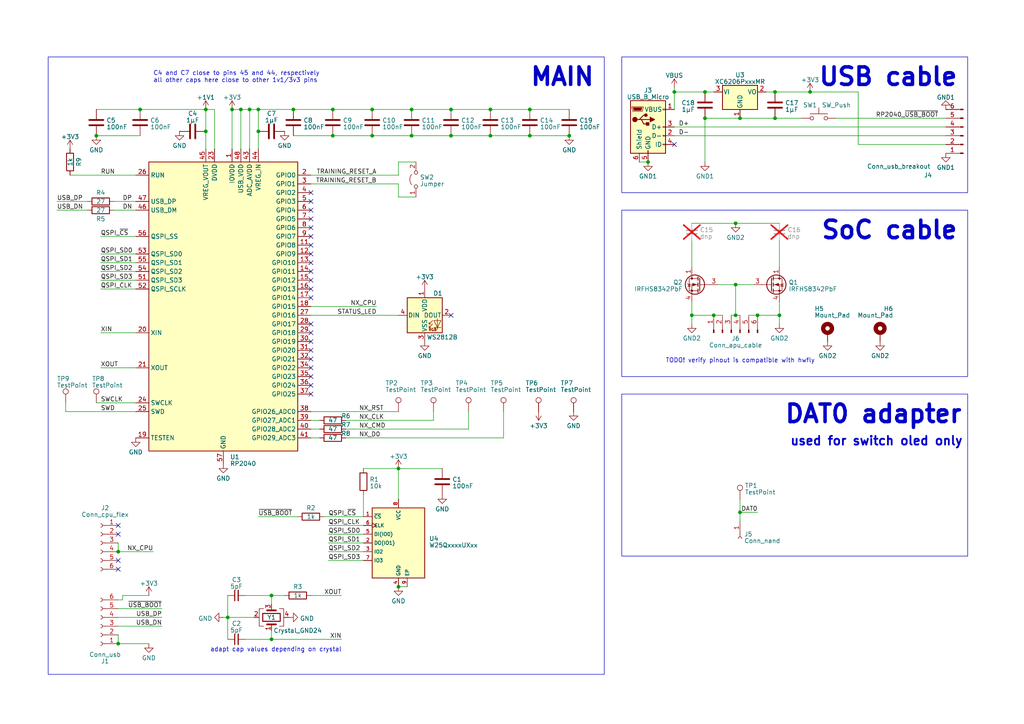
<source format=kicad_sch>
(kicad_sch (version 20230121) (generator eeschema)
  (paper "A4")
  (lib_symbols
    (symbol "Connector:Conn_01x01_Socket" (pin_names (offset 1.016) hide)
      (property "Reference" "J" (at 0 2.54 0))
      (property "Value" "Conn_01x01_Socket" (at 0 -2.54 0))
      (symbol "Conn_01x01_Socket_1_1"
        (polyline (pts (xy -1.27 0) (xy -0.508 0)) (stroke (width 0.1524)))
        (arc (start 0 0.508) (mid -0.5058 0) (end 0 -0.508) (stroke (width 0.1524)))
        (pin passive line (at -5.08 0 0) (length 3.81) (name "Pin_1") (number "1"))
      )
    )
    (symbol "Connector:Conn_01x06_Pin" (pin_names (offset 1.016) hide)
      (property "Reference" "J" (at 0 7.62 0))
      (property "Value" "Conn_01x06_Pin" (at 0 -10.16 0))
      (symbol "Conn_01x06_Pin_1_1"
        (polyline (pts (xy 1.27 -7.62) (xy 0.8636 -7.62)) (stroke (width 0.1524)))
        (polyline (pts (xy 1.27 -5.08) (xy 0.8636 -5.08)) (stroke (width 0.1524)))
        (polyline (pts (xy 1.27 -2.54) (xy 0.8636 -2.54)) (stroke (width 0.1524)))
        (polyline (pts (xy 1.27 0) (xy 0.8636 0)) (stroke (width 0.1524)))
        (polyline (pts (xy 1.27 2.54) (xy 0.8636 2.54)) (stroke (width 0.1524)))
        (polyline (pts (xy 1.27 5.08) (xy 0.8636 5.08)) (stroke (width 0.1524)))
        (rectangle (start 0.8636 -7.493) (end 0 -7.747) (stroke (width 0.1524)) (fill (type outline)))
        (rectangle (start 0.8636 -4.953) (end 0 -5.207) (stroke (width 0.1524)) (fill (type outline)))
        (rectangle (start 0.8636 -2.413) (end 0 -2.667) (stroke (width 0.1524)) (fill (type outline)))
        (rectangle (start 0.8636 0.127) (end 0 -0.127) (stroke (width 0.1524)) (fill (type outline)))
        (rectangle (start 0.8636 2.667) (end 0 2.413) (stroke (width 0.1524)) (fill (type outline)))
        (rectangle (start 0.8636 5.207) (end 0 4.953) (stroke (width 0.1524)) (fill (type outline)))
        (pin passive line (at 5.08 5.08 180) (length 3.81) (name "Pin_1") (number "1"))
        (pin passive line (at 5.08 2.54 180) (length 3.81) (name "Pin_2") (number "2"))
        (pin passive line (at 5.08 0 180) (length 3.81) (name "Pin_3") (number "3"))
        (pin passive line (at 5.08 -2.54 180) (length 3.81) (name "Pin_4") (number "4"))
        (pin passive line (at 5.08 -5.08 180) (length 3.81) (name "Pin_5") (number "5"))
        (pin passive line (at 5.08 -7.62 180) (length 3.81) (name "Pin_6") (number "6"))
      )
    )
    (symbol "Connector:Conn_01x06_Socket" (pin_names (offset 1.016) hide)
      (property "Reference" "J" (at 0 7.62 0))
      (property "Value" "Conn_01x06_Socket" (at 0 -10.16 0))
      (symbol "Conn_01x06_Socket_1_1"
        (arc (start 0 -7.112) (mid -0.5058 -7.62) (end 0 -8.128) (stroke (width 0.1524)))
        (arc (start 0 -4.572) (mid -0.5058 -5.08) (end 0 -5.588) (stroke (width 0.1524)))
        (arc (start 0 -2.032) (mid -0.5058 -2.54) (end 0 -3.048) (stroke (width 0.1524)))
        (polyline (pts (xy -1.27 -7.62) (xy -0.508 -7.62)) (stroke (width 0.1524)))
        (polyline (pts (xy -1.27 -5.08) (xy -0.508 -5.08)) (stroke (width 0.1524)))
        (polyline (pts (xy -1.27 -2.54) (xy -0.508 -2.54)) (stroke (width 0.1524)))
        (polyline (pts (xy -1.27 0) (xy -0.508 0)) (stroke (width 0.1524)))
        (polyline (pts (xy -1.27 2.54) (xy -0.508 2.54)) (stroke (width 0.1524)))
        (polyline (pts (xy -1.27 5.08) (xy -0.508 5.08)) (stroke (width 0.1524)))
        (arc (start 0 0.508) (mid -0.5058 0) (end 0 -0.508) (stroke (width 0.1524)))
        (arc (start 0 3.048) (mid -0.5058 2.54) (end 0 2.032) (stroke (width 0.1524)))
        (arc (start 0 5.588) (mid -0.5058 5.08) (end 0 4.572) (stroke (width 0.1524)))
        (pin passive line (at -5.08 5.08 0) (length 3.81) (name "Pin_1") (number "1"))
        (pin passive line (at -5.08 2.54 0) (length 3.81) (name "Pin_2") (number "2"))
        (pin passive line (at -5.08 0 0) (length 3.81) (name "Pin_3") (number "3"))
        (pin passive line (at -5.08 -2.54 0) (length 3.81) (name "Pin_4") (number "4"))
        (pin passive line (at -5.08 -5.08 0) (length 3.81) (name "Pin_5") (number "5"))
        (pin passive line (at -5.08 -7.62 0) (length 3.81) (name "Pin_6") (number "6"))
      )
    )
    (symbol "Connector:TestPoint" (pin_numbers hide) (pin_names (offset 0.762) hide)
      (property "Reference" "TP" (at 0 6.858 0))
      (property "Value" "TestPoint" (at 0 5.08 0))
      (symbol "TestPoint_0_1"
        (circle (center 0 3.302) (radius 0.762))
      )
      (symbol "TestPoint_1_1"
        (pin passive line (at 0 0 90) (length 2.54) (name "1") (number "1"))
      )
    )
    (symbol "Connector:USB_B_Micro" (pin_names (offset 1.016))
      (property "Reference" "J" (at -5.08 11.43 0))
      (property "Value" "USB_B_Micro" (at -5.08 8.89 0))
      (symbol "USB_B_Micro_0_1"
        (rectangle (start -5.08 -7.62) (end 5.08 7.62) (stroke (width 0.254)) (fill (type background)))
        (circle (center -3.81 2.159) (radius 0.635) (stroke (width 0.254)) (fill (type outline)))
        (circle (center -0.635 3.429) (radius 0.381) (stroke (width 0.254)) (fill (type outline)))
        (rectangle (start -0.127 -7.62) (end 0.127 -6.858))
        (polyline (pts (xy -1.905 2.159) (xy 0.635 2.159)) (stroke (width 0.254)))
        (polyline (pts (xy -3.175 2.159) (xy -2.54 2.159) (xy -1.27 3.429) (xy -0.635 3.429)) (stroke (width 0.254)))
        (polyline (pts (xy -2.54 2.159) (xy -1.905 2.159) (xy -1.27 0.889) (xy 0 0.889)) (stroke (width 0.254)))
        (polyline (pts (xy 0.635 2.794) (xy 0.635 1.524) (xy 1.905 2.159) (xy 0.635 2.794)) (stroke (width 0.254)) (fill (type outline)))
        (polyline (pts (xy -4.318 5.588) (xy -1.778 5.588) (xy -2.032 4.826) (xy -4.064 4.826) (xy -4.318 5.588)) (fill (type outline)))
        (polyline (pts (xy -4.699 5.842) (xy -4.699 5.588) (xy -4.445 4.826) (xy -4.445 4.572) (xy -1.651 4.572) (xy -1.651 4.826) (xy -1.397 5.588) (xy -1.397 5.842) (xy -4.699 5.842)))
        (rectangle (start 0.254 1.27) (end -0.508 0.508) (stroke (width 0.254)) (fill (type outline)))
        (rectangle (start 5.08 -5.207) (end 4.318 -4.953))
        (rectangle (start 5.08 -2.667) (end 4.318 -2.413))
        (rectangle (start 5.08 -0.127) (end 4.318 0.127))
        (rectangle (start 5.08 4.953) (end 4.318 5.207))
      )
      (symbol "USB_B_Micro_1_1"
        (pin power_out line (at 7.62 5.08 180) (length 2.54) (name "VBUS") (number "1"))
        (pin bidirectional line (at 7.62 -2.54 180) (length 2.54) (name "D-") (number "2"))
        (pin bidirectional line (at 7.62 0 180) (length 2.54) (name "D+") (number "3"))
        (pin passive line (at 7.62 -5.08 180) (length 2.54) (name "ID") (number "4"))
        (pin power_out line (at 0 -10.16 90) (length 2.54) (name "GND") (number "5"))
        (pin passive line (at -2.54 -10.16 90) (length 2.54) (name "Shield") (number "6"))
      )
    )
    (symbol "Device:C" (pin_numbers hide) (pin_names (offset 0.254))
      (property "Reference" "C" (at 0.635 2.54 0))
      (property "Value" "C" (at 0.635 -2.54 0))
      (symbol "C_0_1"
        (polyline (pts (xy -2.032 -0.762) (xy 2.032 -0.762)) (stroke (width 0.508)))
        (polyline (pts (xy -2.032 0.762) (xy 2.032 0.762)) (stroke (width 0.508)))
      )
      (symbol "C_1_1"
        (pin passive line (at 0 3.81 270) (length 2.794) (name "~") (number "1"))
        (pin passive line (at 0 -3.81 90) (length 2.794) (name "~") (number "2"))
      )
    )
    (symbol "Device:C_Small" (pin_numbers hide) (pin_names (offset 0.254) hide)
      (property "Reference" "C" (at 0.254 1.778 0))
      (property "Value" "C_Small" (at 0.254 -2.032 0))
      (symbol "C_Small_0_1"
        (polyline (pts (xy -1.524 -0.508) (xy 1.524 -0.508)) (stroke (width 0.3302)))
        (polyline (pts (xy -1.524 0.508) (xy 1.524 0.508)) (stroke (width 0.3048)))
      )
      (symbol "C_Small_1_1"
        (pin passive line (at 0 2.54 270) (length 2.032) (name "~") (number "1"))
        (pin passive line (at 0 -2.54 90) (length 2.032) (name "~") (number "2"))
      )
    )
    (symbol "Device:Crystal_GND24" (pin_names (offset 1.016) hide)
      (property "Reference" "Y" (at 3.175 5.08 0))
      (property "Value" "Crystal_GND24" (at 3.175 3.175 0))
      (symbol "Crystal_GND24_0_1"
        (rectangle (start -1.143 2.54) (end 1.143 -2.54) (stroke (width 0.3048)))
        (polyline (pts (xy -2.54 0) (xy -2.032 0)))
        (polyline (pts (xy -2.032 -1.27) (xy -2.032 1.27)) (stroke (width 0.508)))
        (polyline (pts (xy 0 -3.81) (xy 0 -3.556)))
        (polyline (pts (xy 0 3.556) (xy 0 3.81)))
        (polyline (pts (xy 2.032 -1.27) (xy 2.032 1.27)) (stroke (width 0.508)))
        (polyline (pts (xy 2.032 0) (xy 2.54 0)))
        (polyline (pts (xy -2.54 -2.286) (xy -2.54 -3.556) (xy 2.54 -3.556) (xy 2.54 -2.286)))
        (polyline (pts (xy -2.54 2.286) (xy -2.54 3.556) (xy 2.54 3.556) (xy 2.54 2.286)))
      )
      (symbol "Crystal_GND24_1_1"
        (pin passive line (at -3.81 0 0) (length 1.27) (name "1") (number "1"))
        (pin passive line (at 0 5.08 270) (length 1.27) (name "2") (number "2"))
        (pin passive line (at 3.81 0 180) (length 1.27) (name "3") (number "3"))
        (pin passive line (at 0 -5.08 90) (length 1.27) (name "4") (number "4"))
      )
    )
    (symbol "Device:R" (pin_numbers hide) (pin_names (offset 0))
      (property "Reference" "R" (at 2.032 0 90))
      (property "Value" "R" (at 0 0 90))
      (symbol "R_0_1"
        (rectangle (start -1.016 -2.54) (end 1.016 2.54) (stroke (width 0.254)))
      )
      (symbol "R_1_1"
        (pin passive line (at 0 3.81 270) (length 1.27) (name "~") (number "1"))
        (pin passive line (at 0 -3.81 90) (length 1.27) (name "~") (number "2"))
      )
    )
    (symbol "Jumper:Jumper_2_Open" (pin_names (offset 0) hide)
      (property "Reference" "JP" (at 0 2.794 0))
      (property "Value" "Jumper_2_Open" (at 0 -2.286 0))
      (symbol "Jumper_2_Open_0_0"
        (circle (center -2.032 0) (radius 0.508))
        (circle (center 2.032 0) (radius 0.508))
      )
      (symbol "Jumper_2_Open_0_1"
        (arc (start 1.524 1.27) (mid 0 1.778) (end -1.524 1.27))
      )
      (symbol "Jumper_2_Open_1_1"
        (pin passive line (at -5.08 0 0) (length 2.54) (name "A") (number "1"))
        (pin passive line (at 5.08 0 180) (length 2.54) (name "B") (number "2"))
      )
    )
    (symbol "LED:WS2812B" (pin_names (offset 0.254))
      (property "Reference" "D" (at 5.08 5.715 0))
      (property "Value" "WS2812B" (at 1.27 -5.715 0))
      (symbol "WS2812B_0_0"
        (text "RGB" (at 2.286 -4.191 0) (effects (font (size 0.762 0.762))))
      )
      (symbol "WS2812B_0_1"
        (polyline (pts (xy 1.27 -3.556) (xy 1.778 -3.556)))
        (polyline (pts (xy 1.27 -2.54) (xy 1.778 -2.54)))
        (polyline (pts (xy 4.699 -3.556) (xy 2.667 -3.556)))
        (polyline (pts (xy 2.286 -2.54) (xy 1.27 -3.556) (xy 1.27 -3.048)))
        (polyline (pts (xy 2.286 -1.524) (xy 1.27 -2.54) (xy 1.27 -2.032)))
        (polyline (pts (xy 3.683 -1.016) (xy 3.683 -3.556) (xy 3.683 -4.064)))
        (polyline (pts (xy 4.699 -1.524) (xy 2.667 -1.524) (xy 3.683 -3.556) (xy 4.699 -1.524)))
        (rectangle (start 5.08 5.08) (end -5.08 -5.08) (stroke (width 0.254)) (fill (type background)))
      )
      (symbol "WS2812B_1_1"
        (pin power_in line (at 0 7.62 270) (length 2.54) (name "VDD") (number "1"))
        (pin output line (at 7.62 0 180) (length 2.54) (name "DOUT") (number "2"))
        (pin power_in line (at 0 -7.62 90) (length 2.54) (name "VSS") (number "3"))
        (pin input line (at -7.62 0 0) (length 2.54) (name "DIN") (number "4"))
      )
    )
    (symbol "MCU_RaspberryPi:RP2040"
      (property "Reference" "U" (at 17.78 45.72 0))
      (property "Value" "RP2040" (at 17.78 43.18 0))
      (symbol "RP2040_0_1"
        (rectangle (start -21.59 41.91) (end 21.59 -41.91) (stroke (width 0.254)) (fill (type background)))
      )
      (symbol "RP2040_1_1"
        (pin power_in line (at 2.54 45.72 270) (length 3.81) (name "IOVDD") (number "1"))
        (pin passive line (at 2.54 45.72 270) (length 3.81) hide (name "IOVDD") (number "10"))
        (pin bidirectional line (at 25.4 17.78 180) (length 3.81) (name "GPIO8") (number "11"))
        (pin bidirectional line (at 25.4 15.24 180) (length 3.81) (name "GPIO9") (number "12"))
        (pin bidirectional line (at 25.4 12.7 180) (length 3.81) (name "GPIO10") (number "13"))
        (pin bidirectional line (at 25.4 10.16 180) (length 3.81) (name "GPIO11") (number "14"))
        (pin bidirectional line (at 25.4 7.62 180) (length 3.81) (name "GPIO12") (number "15"))
        (pin bidirectional line (at 25.4 5.08 180) (length 3.81) (name "GPIO13") (number "16"))
        (pin bidirectional line (at 25.4 2.54 180) (length 3.81) (name "GPIO14") (number "17"))
        (pin bidirectional line (at 25.4 0 180) (length 3.81) (name "GPIO15") (number "18"))
        (pin input line (at -25.4 -38.1 0) (length 3.81) (name "TESTEN") (number "19"))
        (pin bidirectional line (at 25.4 38.1 180) (length 3.81) (name "GPIO0") (number "2"))
        (pin input line (at -25.4 -7.62 0) (length 3.81) (name "XIN") (number "20"))
        (pin passive line (at -25.4 -17.78 0) (length 3.81) (name "XOUT") (number "21"))
        (pin passive line (at 2.54 45.72 270) (length 3.81) hide (name "IOVDD") (number "22"))
        (pin power_in line (at -2.54 45.72 270) (length 3.81) (name "DVDD") (number "23"))
        (pin input line (at -25.4 -27.94 0) (length 3.81) (name "SWCLK") (number "24"))
        (pin bidirectional line (at -25.4 -30.48 0) (length 3.81) (name "SWD") (number "25"))
        (pin input line (at -25.4 38.1 0) (length 3.81) (name "RUN") (number "26"))
        (pin bidirectional line (at 25.4 -2.54 180) (length 3.81) (name "GPIO16") (number "27"))
        (pin bidirectional line (at 25.4 -5.08 180) (length 3.81) (name "GPIO17") (number "28"))
        (pin bidirectional line (at 25.4 -7.62 180) (length 3.81) (name "GPIO18") (number "29"))
        (pin bidirectional line (at 25.4 35.56 180) (length 3.81) (name "GPIO1") (number "3"))
        (pin bidirectional line (at 25.4 -10.16 180) (length 3.81) (name "GPIO19") (number "30"))
        (pin bidirectional line (at 25.4 -12.7 180) (length 3.81) (name "GPIO20") (number "31"))
        (pin bidirectional line (at 25.4 -15.24 180) (length 3.81) (name "GPIO21") (number "32"))
        (pin passive line (at 2.54 45.72 270) (length 3.81) hide (name "IOVDD") (number "33"))
        (pin bidirectional line (at 25.4 -17.78 180) (length 3.81) (name "GPIO22") (number "34"))
        (pin bidirectional line (at 25.4 -20.32 180) (length 3.81) (name "GPIO23") (number "35"))
        (pin bidirectional line (at 25.4 -22.86 180) (length 3.81) (name "GPIO24") (number "36"))
        (pin bidirectional line (at 25.4 -25.4 180) (length 3.81) (name "GPIO25") (number "37"))
        (pin bidirectional line (at 25.4 -30.48 180) (length 3.81) (name "GPIO26_ADC0") (number "38"))
        (pin bidirectional line (at 25.4 -33.02 180) (length 3.81) (name "GPIO27_ADC1") (number "39"))
        (pin bidirectional line (at 25.4 33.02 180) (length 3.81) (name "GPIO2") (number "4"))
        (pin bidirectional line (at 25.4 -35.56 180) (length 3.81) (name "GPIO28_ADC2") (number "40"))
        (pin bidirectional line (at 25.4 -38.1 180) (length 3.81) (name "GPIO29_ADC3") (number "41"))
        (pin passive line (at 2.54 45.72 270) (length 3.81) hide (name "IOVDD") (number "42"))
        (pin power_in line (at 7.62 45.72 270) (length 3.81) (name "ADC_AVDD") (number "43"))
        (pin power_in line (at 10.16 45.72 270) (length 3.81) (name "VREG_IN") (number "44"))
        (pin power_out line (at -5.08 45.72 270) (length 3.81) (name "VREG_VOUT") (number "45"))
        (pin bidirectional line (at -25.4 27.94 0) (length 3.81) (name "USB_DM") (number "46"))
        (pin bidirectional line (at -25.4 30.48 0) (length 3.81) (name "USB_DP") (number "47"))
        (pin power_in line (at 5.08 45.72 270) (length 3.81) (name "USB_VDD") (number "48"))
        (pin passive line (at 2.54 45.72 270) (length 3.81) hide (name "IOVDD") (number "49"))
        (pin bidirectional line (at 25.4 30.48 180) (length 3.81) (name "GPIO3") (number "5"))
        (pin passive line (at -2.54 45.72 270) (length 3.81) hide (name "DVDD") (number "50"))
        (pin bidirectional line (at -25.4 7.62 0) (length 3.81) (name "QSPI_SD3") (number "51"))
        (pin output line (at -25.4 5.08 0) (length 3.81) (name "QSPI_SCLK") (number "52"))
        (pin bidirectional line (at -25.4 15.24 0) (length 3.81) (name "QSPI_SD0") (number "53"))
        (pin bidirectional line (at -25.4 10.16 0) (length 3.81) (name "QSPI_SD2") (number "54"))
        (pin bidirectional line (at -25.4 12.7 0) (length 3.81) (name "QSPI_SD1") (number "55"))
        (pin bidirectional line (at -25.4 20.32 0) (length 3.81) (name "QSPI_SS") (number "56"))
        (pin power_in line (at 0 -45.72 90) (length 3.81) (name "GND") (number "57"))
        (pin bidirectional line (at 25.4 27.94 180) (length 3.81) (name "GPIO4") (number "6"))
        (pin bidirectional line (at 25.4 25.4 180) (length 3.81) (name "GPIO5") (number "7"))
        (pin bidirectional line (at 25.4 22.86 180) (length 3.81) (name "GPIO6") (number "8"))
        (pin bidirectional line (at 25.4 20.32 180) (length 3.81) (name "GPIO7") (number "9"))
      )
    )
    (symbol "Mechanical:MountingHole_Pad" (pin_numbers hide) (pin_names (offset 1.016) hide)
      (property "Reference" "H" (at 0 6.35 0))
      (property "Value" "MountingHole_Pad" (at 0 4.445 0))
      (symbol "MountingHole_Pad_0_1"
        (circle (center 0 1.27) (radius 1.27) (stroke (width 1.27)))
      )
      (symbol "MountingHole_Pad_1_1"
        (pin input line (at 0 -2.54 90) (length 2.54) (name "1") (number "1"))
      )
    )
    (symbol "Regulator_Linear:XC6206PxxxMR" (pin_names (offset 0.254))
      (property "Reference" "U" (at -3.81 3.175 0))
      (property "Value" "XC6206PxxxMR" (at 0 3.175 0))
      (symbol "XC6206PxxxMR_0_1"
        (rectangle (start -5.08 1.905) (end 5.08 -5.08) (stroke (width 0.254)) (fill (type background)))
      )
      (symbol "XC6206PxxxMR_1_1"
        (pin power_in line (at 0 -7.62 90) (length 2.54) (name "GND") (number "1"))
        (pin power_out line (at 7.62 0 180) (length 2.54) (name "VO") (number "2"))
        (pin power_in line (at -7.62 0 0) (length 2.54) (name "VI") (number "3"))
      )
    )
    (symbol "Switch:SW_Push" (pin_numbers hide) (pin_names (offset 1.016) hide)
      (property "Reference" "SW" (at 1.27 2.54 0))
      (property "Value" "SW_Push" (at 0 -1.524 0))
      (symbol "SW_Push_0_1"
        (circle (center -2.032 0) (radius 0.508))
        (polyline (pts (xy 0 1.27) (xy 0 3.048)))
        (polyline (pts (xy 2.54 1.27) (xy -2.54 1.27)))
        (circle (center 2.032 0) (radius 0.508))
        (pin passive line (at -5.08 0 0) (length 2.54) (name "1") (number "1"))
        (pin passive line (at 5.08 0 180) (length 2.54) (name "2") (number "2"))
      )
    )
    (symbol "flexifly:IRFHS8342PbF"
      (property "Reference" "Q" (at 3.81 5.08 0))
      (property "Value" "IRFHS8342PbF" (at 10.16 2.54 0))
      (symbol "IRFHS8342PbF_0_1"
        (polyline (pts (xy -1.016 0) (xy -3.81 0)))
        (polyline (pts (xy -1.016 1.905) (xy -1.016 -1.905)) (stroke (width 0.254)))
        (polyline (pts (xy -0.508 -1.27) (xy -0.508 -2.286)) (stroke (width 0.254)))
        (polyline (pts (xy -0.508 0.508) (xy -0.508 -0.508)) (stroke (width 0.254)))
        (polyline (pts (xy -0.508 2.286) (xy -0.508 1.27)) (stroke (width 0.254)))
        (polyline (pts (xy 1.27 2.54) (xy 1.27 1.778)))
        (polyline (pts (xy 1.27 -2.54) (xy 1.27 0) (xy -0.508 0)))
        (polyline (pts (xy -0.508 1.778) (xy 2.032 1.778) (xy 2.032 -1.778) (xy -0.508 -1.778)))
        (polyline (pts (xy 0 0) (xy 1.016 -0.381) (xy 1.016 0.381) (xy 0 0)) (fill (type outline)))
        (polyline (pts (xy 2.032 0.127) (xy 2.413 -0.508) (xy 1.651 -0.508) (xy 2.032 0.127)))
        (polyline (pts (xy 2.54 0.254) (xy 2.413 0.127) (xy 1.651 0.127) (xy 1.524 0)))
        (circle (center 0.381 0) (radius 2.794) (stroke (width 0.254)))
        (circle (center 1.27 -1.778) (radius 0.254) (fill (type outline)))
        (circle (center 1.27 1.778) (radius 0.254) (fill (type outline)))
      )
      (symbol "IRFHS8342PbF_1_1"
        (pin passive line (at 1.27 5.08 270) (length 2.54) (name "") (number "1"))
        (pin passive line (at 1.27 5.08 270) (length 2.54) hide (name "") (number "2"))
        (pin passive line (at -6.35 0 0) (length 2.54) (name "") (number "3"))
        (pin passive line (at 1.27 -5.08 90) (length 2.54) (name "") (number "4"))
        (pin passive line (at 1.27 5.08 270) (length 2.54) hide (name "") (number "5"))
        (pin passive line (at 1.27 5.08 270) (length 2.54) hide (name "") (number "6"))
        (pin passive line (at 1.27 -5.08 90) (length 2.54) hide (name "") (number "7"))
        (pin passive line (at 1.27 5.08 270) (length 2.54) hide (name "") (number "8"))
      )
    )
    (symbol "flexifly:W25QxxxxUXxx"
      (property "Reference" "U" (at -6.35 11.43 0))
      (property "Value" "W25QxxxxUXxx" (at -8.89 -11.43 0))
      (symbol "W25QxxxxUXxx_0_0"
        (rectangle (start -7.62 10.16) (end 7.62 -10.16) (stroke (width 0.254)) (fill (type background)))
        (pin input line (at -10.16 7.62 0) (length 2.54) (name "~{CS}") (number "1"))
        (pin bidirectional line (at -10.16 0 0) (length 2.54) (name "DO(IO1)") (number "2"))
        (pin bidirectional line (at -10.16 -2.54 0) (length 2.54) (name "IO2") (number "3"))
        (pin power_in line (at 0 -12.7 90) (length 2.54) (name "GND") (number "4"))
        (pin bidirectional line (at -10.16 2.54 0) (length 2.54) (name "DI(IO0)") (number "5"))
        (pin input clock (at -10.16 5.08 0) (length 2.54) (name "CLK") (number "6"))
        (pin bidirectional line (at -10.16 -5.08 0) (length 2.54) (name "IO3") (number "7"))
      )
      (symbol "W25QxxxxUXxx_1_0"
        (pin power_in line (at 0 12.7 270) (length 2.54) (name "VCC") (number "8"))
        (pin power_in line (at 2.54 -12.7 90) (length 2.54) (name "EP") (number "9"))
      )
    )
    (symbol "power:+1V1" (power) (pin_names (offset 0))
      (property "Value" "+1V1" (at 0 3.556 0))
      (symbol "+1V1_0_1"
        (polyline (pts (xy -0.762 1.27) (xy 0 2.54)))
        (polyline (pts (xy 0 0) (xy 0 2.54)))
        (polyline (pts (xy 0 2.54) (xy 0.762 1.27)))
      )
      (symbol "+1V1_1_1"
        (pin power_in line (at 0 0 90) (length 0) hide (name "+1V1") (number "1"))
      )
    )
    (symbol "power:+3V3" (power) (pin_names (offset 0))
      (property "Value" "+3V3" (at 0 3.556 0))
      (symbol "+3V3_0_1"
        (polyline (pts (xy -0.762 1.27) (xy 0 2.54)))
        (polyline (pts (xy 0 0) (xy 0 2.54)))
        (polyline (pts (xy 0 2.54) (xy 0.762 1.27)))
      )
      (symbol "+3V3_1_1"
        (pin power_in line (at 0 0 90) (length 0) hide (name "+3V3") (number "1"))
      )
    )
    (symbol "power:GND" (power) (pin_names (offset 0))
      (property "Value" "GND" (at 0 -3.81 0))
      (symbol "GND_0_1"
        (polyline (pts (xy 0 0) (xy 0 -1.27) (xy 1.27 -1.27) (xy 0 -2.54) (xy -1.27 -1.27) (xy 0 -1.27)))
      )
      (symbol "GND_1_1"
        (pin power_in line (at 0 0 270) (length 0) hide (name "GND") (number "1"))
      )
    )
    (symbol "power:GND1" (power) (pin_names (offset 0))
      (property "Value" "GND1" (at 0 -3.81 0))
      (symbol "GND1_0_1"
        (polyline (pts (xy 0 0) (xy 0 -1.27) (xy 1.27 -1.27) (xy 0 -2.54) (xy -1.27 -1.27) (xy 0 -1.27)))
      )
      (symbol "GND1_1_1"
        (pin power_in line (at 0 0 270) (length 0) hide (name "GND1") (number "1"))
      )
    )
    (symbol "power:GND2" (power) (pin_names (offset 0))
      (property "Value" "GND2" (at 0 -3.81 0))
      (symbol "GND2_0_1"
        (polyline (pts (xy 0 0) (xy 0 -1.27) (xy 1.27 -1.27) (xy 0 -2.54) (xy -1.27 -1.27) (xy 0 -1.27)))
      )
      (symbol "GND2_1_1"
        (pin power_in line (at 0 0 270) (length 0) hide (name "GND2") (number "1"))
      )
    )
    (symbol "power:VBUS" (power) (pin_names (offset 0))
      (property "Value" "VBUS" (at 0 3.81 0))
      (symbol "VBUS_0_1"
        (polyline (pts (xy -0.762 1.27) (xy 0 2.54)))
        (polyline (pts (xy 0 0) (xy 0 2.54)))
        (polyline (pts (xy 0 2.54) (xy 0.762 1.27)))
      )
      (symbol "VBUS_1_1"
        (pin power_in line (at 0 0 90) (length 0) hide (name "VBUS") (number "1"))
      )
    )
  )
  (junction (at 27.94 39.37))
  (junction (at 85.09 31.75))
  (junction (at 214.63 34.29))
  (junction (at 219.71 91.44))
  (junction (at 200.66 91.44))
  (junction (at 214.63 148.59))
  (junction (at 74.93 31.75))
  (junction (at 204.47 34.29))
  (junction (at 207.01 91.44))
  (junction (at 34.29 186.69))
  (junction (at 59.69 38.1))
  (junction (at 224.79 34.29))
  (junction (at 96.52 31.75))
  (junction (at 234.95 26.67))
  (junction (at 66.04 179.07))
  (junction (at 119.38 39.37))
  (junction (at 130.81 31.75))
  (junction (at 72.39 31.75))
  (junction (at 96.52 39.37))
  (junction (at 165.1 39.37))
  (junction (at 142.24 31.75))
  (junction (at 204.47 26.67))
  (junction (at 213.36 82.55))
  (junction (at 226.06 91.44))
  (junction (at 187.96 46.99))
  (junction (at 78.74 185.42))
  (junction (at 153.67 39.37))
  (junction (at 119.38 31.75))
  (junction (at 195.58 26.67))
  (junction (at 69.85 31.75))
  (junction (at 34.29 160.02))
  (junction (at 67.31 31.75))
  (junction (at 107.95 31.75))
  (junction (at 224.79 26.67))
  (junction (at 213.36 64.77))
  (junction (at 142.24 39.37))
  (junction (at 78.74 172.72))
  (junction (at 59.69 31.75))
  (junction (at 130.81 39.37))
  (junction (at 115.57 135.89))
  (junction (at 40.64 31.75))
  (junction (at 115.57 170.18))
  (junction (at 74.93 38.1))
  (junction (at 213.36 91.44))
  (junction (at 153.67 31.75))
  (junction (at 107.95 39.37))
  (no_connect (at 90.17 71.12))
  (no_connect (at 90.17 60.96))
  (no_connect (at 34.29 162.56))
  (no_connect (at 90.17 99.06))
  (no_connect (at 90.17 68.58))
  (no_connect (at 90.17 114.3))
  (no_connect (at 195.58 41.91))
  (no_connect (at 90.17 109.22))
  (no_connect (at 34.29 165.1))
  (no_connect (at 90.17 63.5))
  (no_connect (at 90.17 104.14))
  (no_connect (at 90.17 93.98))
  (no_connect (at 90.17 55.88))
  (no_connect (at 90.17 106.68))
  (no_connect (at 90.17 111.76))
  (no_connect (at 90.17 83.82))
  (no_connect (at 90.17 73.66))
  (no_connect (at 34.29 154.94))
  (no_connect (at 90.17 96.52))
  (no_connect (at 90.17 86.36))
  (no_connect (at 90.17 76.2))
  (no_connect (at 90.17 81.28))
  (no_connect (at 34.29 152.4))
  (no_connect (at 130.81 91.44))
  (no_connect (at 90.17 78.74))
  (no_connect (at 90.17 66.04))
  (no_connect (at 90.17 58.42))
  (no_connect (at 90.17 101.6))
  (wire (pts (xy 115.57 57.15) (xy 120.65 57.15)))
  (wire (pts (xy 224.79 26.67) (xy 234.95 26.67)))
  (wire (pts (xy 242.57 34.29) (xy 274.32 34.29)))
  (wire (pts (xy 74.93 149.86) (xy 86.36 149.86)))
  (wire (pts (xy 195.58 36.83) (xy 274.32 36.83)))
  (wire (pts (xy 226.06 91.44) (xy 226.06 87.63)))
  (wire (pts (xy 34.29 157.48) (xy 34.29 160.02)))
  (wire (pts (xy 224.79 34.29) (xy 232.41 34.29)))
  (wire (pts (xy 78.74 182.88) (xy 78.74 185.42)))
  (wire (pts (xy 72.39 31.75) (xy 72.39 43.18)))
  (wire (pts (xy 95.25 152.4) (xy 105.41 152.4)))
  (wire (pts (xy 71.12 172.72) (xy 78.74 172.72)))
  (wire (pts (xy 33.02 60.96) (xy 39.37 60.96)))
  (wire (pts (xy 100.33 124.46) (xy 135.89 124.46)))
  (wire (pts (xy 66.04 179.07) (xy 73.66 179.07)))
  (wire (pts (xy 226.06 93.98) (xy 226.06 91.44)))
  (wire (pts (xy 195.58 39.37) (xy 274.32 39.37)))
  (wire (pts (xy 214.63 148.59) (xy 214.63 151.13)))
  (wire (pts (xy 130.81 31.75) (xy 142.24 31.75)))
  (wire (pts (xy 29.21 106.68) (xy 39.37 106.68)))
  (wire (pts (xy 213.36 64.77) (xy 226.06 64.77)))
  (wire (pts (xy 115.57 53.34) (xy 115.57 57.15)))
  (wire (pts (xy 78.74 172.72) (xy 78.74 175.26)))
  (wire (pts (xy 34.29 186.69) (xy 43.18 186.69)))
  (wire (pts (xy 95.25 157.48) (xy 105.41 157.48)))
  (wire (pts (xy 66.04 179.07) (xy 66.04 185.42)))
  (wire (pts (xy 95.25 162.56) (xy 105.41 162.56)))
  (wire (pts (xy 20.32 50.8) (xy 39.37 50.8)))
  (wire (pts (xy 93.98 149.86) (xy 105.41 149.86)))
  (wire (pts (xy 100.33 127) (xy 146.05 127)))
  (wire (pts (xy 153.67 39.37) (xy 165.1 39.37)))
  (wire (pts (xy 66.04 172.72) (xy 66.04 179.07)))
  (wire (pts (xy 119.38 39.37) (xy 130.81 39.37)))
  (wire (pts (xy 16.51 58.42) (xy 25.4 58.42)))
  (wire (pts (xy 35.56 172.72) (xy 43.18 172.72)))
  (wire (pts (xy 27.94 31.75) (xy 40.64 31.75)))
  (wire (pts (xy 226.06 69.85) (xy 226.06 77.47)))
  (wire (pts (xy 120.65 46.99) (xy 115.57 46.99)))
  (wire (pts (xy 248.92 41.91) (xy 274.32 41.91)))
  (wire (pts (xy 96.52 39.37) (xy 107.95 39.37)))
  (wire (pts (xy 95.25 154.94) (xy 105.41 154.94)))
  (wire (pts (xy 208.28 82.55) (xy 213.36 82.55)))
  (wire (pts (xy 74.93 38.1) (xy 74.93 43.18)))
  (wire (pts (xy 130.81 39.37) (xy 142.24 39.37)))
  (wire (pts (xy 16.51 60.96) (xy 25.4 60.96)))
  (wire (pts (xy 29.21 73.66) (xy 39.37 73.66)))
  (wire (pts (xy 74.93 31.75) (xy 85.09 31.75)))
  (wire (pts (xy 119.38 31.75) (xy 130.81 31.75)))
  (wire (pts (xy 29.21 83.82) (xy 39.37 83.82)))
  (wire (pts (xy 214.63 34.29) (xy 224.79 34.29)))
  (wire (pts (xy 29.21 78.74) (xy 39.37 78.74)))
  (wire (pts (xy 234.95 26.67) (xy 248.92 26.67)))
  (wire (pts (xy 62.23 31.75) (xy 62.23 43.18)))
  (wire (pts (xy 64.77 179.07) (xy 66.04 179.07)))
  (wire (pts (xy 204.47 34.29) (xy 204.47 46.99)))
  (wire (pts (xy 46.99 181.61) (xy 34.29 181.61)))
  (wire (pts (xy 200.66 91.44) (xy 207.01 91.44)))
  (wire (pts (xy 213.36 82.55) (xy 213.36 91.44)))
  (wire (pts (xy 207.01 91.44) (xy 209.55 91.44)))
  (wire (pts (xy 90.17 53.34) (xy 115.57 53.34)))
  (wire (pts (xy 35.56 173.99) (xy 34.29 173.99)))
  (wire (pts (xy 95.25 160.02) (xy 105.41 160.02)))
  (wire (pts (xy 142.24 39.37) (xy 153.67 39.37)))
  (wire (pts (xy 107.95 39.37) (xy 119.38 39.37)))
  (wire (pts (xy 59.69 43.18) (xy 59.69 38.1)))
  (wire (pts (xy 219.71 91.44) (xy 226.06 91.44)))
  (wire (pts (xy 90.17 119.38) (xy 115.57 119.38)))
  (wire (pts (xy 78.74 172.72) (xy 82.55 172.72)))
  (wire (pts (xy 29.21 76.2) (xy 39.37 76.2)))
  (wire (pts (xy 115.57 46.99) (xy 115.57 50.8)))
  (wire (pts (xy 214.63 148.59) (xy 219.71 148.59)))
  (wire (pts (xy 74.93 31.75) (xy 74.93 38.1)))
  (wire (pts (xy 96.52 31.75) (xy 107.95 31.75)))
  (wire (pts (xy 135.89 119.38) (xy 135.89 124.46)))
  (wire (pts (xy 115.57 135.89) (xy 115.57 144.78)))
  (wire (pts (xy 195.58 26.67) (xy 195.58 31.75)))
  (wire (pts (xy 85.09 31.75) (xy 96.52 31.75)))
  (wire (pts (xy 34.29 184.15) (xy 34.29 186.69)))
  (wire (pts (xy 29.21 96.52) (xy 39.37 96.52)))
  (wire (pts (xy 67.31 31.75) (xy 69.85 31.75)))
  (wire (pts (xy 78.74 185.42) (xy 99.06 185.42)))
  (wire (pts (xy 59.69 31.75) (xy 59.69 38.1)))
  (wire (pts (xy 90.17 127) (xy 92.71 127)))
  (wire (pts (xy 214.63 144.78) (xy 214.63 148.59)))
  (wire (pts (xy 200.66 69.85) (xy 200.66 77.47)))
  (wire (pts (xy 67.31 31.75) (xy 67.31 43.18)))
  (wire (pts (xy 125.73 119.38) (xy 125.73 121.92)))
  (wire (pts (xy 142.24 31.75) (xy 153.67 31.75)))
  (wire (pts (xy 195.58 25.4) (xy 195.58 26.67)))
  (wire (pts (xy 90.17 121.92) (xy 92.71 121.92)))
  (wire (pts (xy 200.66 93.98) (xy 200.66 91.44)))
  (wire (pts (xy 69.85 31.75) (xy 69.85 43.18)))
  (wire (pts (xy 35.56 172.72) (xy 35.56 173.99)))
  (wire (pts (xy 90.17 91.44) (xy 115.57 91.44)))
  (wire (pts (xy 115.57 170.18) (xy 118.11 170.18)))
  (wire (pts (xy 105.41 135.89) (xy 115.57 135.89)))
  (wire (pts (xy 204.47 34.29) (xy 214.63 34.29)))
  (wire (pts (xy 153.67 31.75) (xy 165.1 31.75)))
  (wire (pts (xy 212.09 91.44) (xy 213.36 91.44)))
  (wire (pts (xy 200.66 91.44) (xy 200.66 87.63)))
  (wire (pts (xy 69.85 31.75) (xy 72.39 31.75)))
  (wire (pts (xy 100.33 121.92) (xy 125.73 121.92)))
  (wire (pts (xy 85.09 39.37) (xy 96.52 39.37)))
  (wire (pts (xy 29.21 81.28) (xy 39.37 81.28)))
  (wire (pts (xy 213.36 91.44) (xy 214.63 91.44)))
  (wire (pts (xy 19.05 119.38) (xy 19.05 116.84)))
  (wire (pts (xy 107.95 31.75) (xy 119.38 31.75)))
  (wire (pts (xy 33.02 58.42) (xy 39.37 58.42)))
  (wire (pts (xy 185.42 46.99) (xy 187.96 46.99)))
  (wire (pts (xy 27.94 116.84) (xy 39.37 116.84)))
  (wire (pts (xy 90.17 88.9) (xy 109.22 88.9)))
  (wire (pts (xy 29.21 68.58) (xy 39.37 68.58)))
  (wire (pts (xy 213.36 82.55) (xy 218.44 82.55)))
  (wire (pts (xy 40.64 31.75) (xy 59.69 31.75)))
  (wire (pts (xy 90.17 172.72) (xy 99.06 172.72)))
  (wire (pts (xy 46.99 179.07) (xy 34.29 179.07)))
  (wire (pts (xy 72.39 31.75) (xy 74.93 31.75)))
  (wire (pts (xy 78.74 185.42) (xy 71.12 185.42)))
  (wire (pts (xy 146.05 119.38) (xy 146.05 127)))
  (wire (pts (xy 222.25 26.67) (xy 224.79 26.67)))
  (wire (pts (xy 90.17 124.46) (xy 92.71 124.46)))
  (wire (pts (xy 19.05 119.38) (xy 39.37 119.38)))
  (wire (pts (xy 27.94 39.37) (xy 40.64 39.37)))
  (wire (pts (xy 248.92 26.67) (xy 248.92 41.91)))
  (wire (pts (xy 34.29 160.02) (xy 44.45 160.02)))
  (wire (pts (xy 204.47 26.67) (xy 207.01 26.67)))
  (wire (pts (xy 115.57 135.89) (xy 128.27 135.89)))
  (wire (pts (xy 105.41 143.51) (xy 105.41 149.86)))
  (wire (pts (xy 59.69 31.75) (xy 62.23 31.75)))
  (wire (pts (xy 200.66 64.77) (xy 213.36 64.77)))
  (wire (pts (xy 195.58 26.67) (xy 204.47 26.67)))
  (wire (pts (xy 217.17 91.44) (xy 219.71 91.44)))
  (wire (pts (xy 90.17 50.8) (xy 115.57 50.8)))
  (wire (pts (xy 34.29 176.53) (xy 46.99 176.53)))
  (rectangle (start 180.34 114.3) (end 280.67 161.29))
  (rectangle (start 180.34 16.51) (end 280.67 55.88))
  (rectangle (start 180.34 60.96) (end 280.67 109.22))
  (rectangle (start 13.97 16.51) (end 175.26 195.58))
  (text "DAT0 adapter" (at 279.4 123.19 0) (effects (font (size 5.08 5.08) (thickness 1.016) bold) (justify right bottom)))
  (text "C4 and C7 close to pins 45 and 44, respectively\nall other caps here close to other 1v1/3v3 pins" (at 44.45 24.13 0) (effects (font (size 1.27 1.27)) (justify left bottom)))
  (text "MAIN" (at 172.72 25.4 0) (effects (font (size 5.08 5.08) (thickness 1.016) bold) (justify right bottom)))
  (text "TODO! verify pinout is compatible with hwfly" (at 193.04 105.41 0) (effects (font (size 1.27 1.27)) (justify left bottom)))
  (text "SoC cable" (at 278.13 69.85 0) (effects (font (size 5.08 5.08) (thickness 1.016) bold) (justify right bottom)))
  (text "adapt cap values depending on crystal" (at 60.96 189.23 0) (effects (font (size 1.27 1.27)) (justify left bottom)))
  (text "USB cable" (at 278.13 25.4 0) (effects (font (size 5.08 5.08) (thickness 1.016) bold) (justify right bottom)))
  (text "used for switch oled only" (at 279.4 129.54 0) (effects (font (size 2.54 2.54) (thickness 0.508) bold) (justify right bottom)))
  (label "USB_DP" (at 46.99 179.07 180))
  (label "QSPI_SD0" (at 95.25 154.94 0))
  (label "NX_CPU" (at 44.45 160.02 180))
  (label "NX_D0" (at 104.14 127 0))
  (label "QSPI_SD1" (at 29.21 76.2 0))
  (label "XIN" (at 99.06 185.42 180))
  (label "RUN" (at 29.21 50.8 0))
  (label "STATUS_LED" (at 109.22 91.44 180))
  (label "USB_DN" (at 46.99 181.61 180))
  (label "USB_DN" (at 16.51 60.96 0))
  (label "QSPI_CLK" (at 95.25 152.4 0))
  (label "SWCLK" (at 29.21 116.84 0))
  (label "D-" (at 196.85 39.37 0))
  (label "DP" (at 35.56 58.42 0))
  (label "~{USB_BOOT}" (at 46.99 176.53 180))
  (label "D+" (at 196.85 36.83 0))
  (label "NX_CPU" (at 109.22 88.9 180))
  (label "QSPI_SD3" (at 29.21 81.28 0))
  (label "QSPI_SD2" (at 95.25 160.02 0))
  (label "DAT0" (at 219.71 148.59 180))
  (label "~{USB_BOOT}" (at 74.93 149.86 0))
  (label "NX_CMD" (at 104.14 124.46 0))
  (label "DN" (at 35.56 60.96 0))
  (label "QSPI_~{CS}" (at 95.25 149.86 0))
  (label "NX_RST" (at 104.14 119.38 0))
  (label "QSPI_SD2" (at 29.21 78.74 0))
  (label "NX_CLK" (at 104.14 121.92 0))
  (label "USB_DP" (at 16.51 58.42 0))
  (label "TRAINING_RESET_A" (at 109.22 50.8 180))
  (label "RP2040_~{USB_BOOT}" (at 254 34.29 0))
  (label "XOUT" (at 99.06 172.72 180))
  (label "QSPI_SD0" (at 29.21 73.66 0))
  (label "QSPI_~{CS}" (at 29.21 68.58 0))
  (label "SWD" (at 29.21 119.38 0))
  (label "QSPI_SD3" (at 95.25 162.56 0))
  (label "XOUT" (at 29.21 106.68 0))
  (label "TRAINING_RESET_B" (at 109.22 53.34 180))
  (label "QSPI_CLK" (at 29.21 83.82 0))
  (label "QSPI_SD1" (at 95.25 157.48 0))
  (label "XIN" (at 29.21 96.52 0))
  (symbol (lib_id "Device:R") (at 90.17 149.86 90) (unit 1)
    (property "Reference" "R2" (at 90.17 147.32 90))
    (property "Value" "1k" (at 90.17 149.86 90))
    (property "Footprint" "Resistor_SMD:R_0402_1005Metric_Pad0.72x0.64mm_HandSolder" (effects hide))
  )
  (symbol (lib_id "Device:R") (at 29.21 60.96 270) (unit 1)
    (property "Reference" "R5" (at 29.21 63.5 90))
    (property "Value" "27" (at 29.21 60.96 90))
    (property "Footprint" "Resistor_SMD:R_0402_1005Metric_Pad0.72x0.64mm_HandSolder" (effects hide))
  )
  (symbol (lib_id "Device:R") (at 20.32 46.99 0) (unit 1)
    (property "Reference" "R9" (at 22.86 46.99 90))
    (property "Value" "1k" (at 20.32 46.99 90))
    (property "Footprint" "Resistor_SMD:R_0402_1005Metric_Pad0.72x0.64mm_HandSolder" (effects hide))
  )
  (symbol (lib_id "Device:C") (at 85.09 35.56 180) (unit 1)
    (property "Reference" "C8" (at 88.011 34.9163 0) (effects (justify right)))
    (property "Value" "100nF" (at 88.011 36.8373 0) (effects (justify right)))
    (property "Footprint" "Capacitor_SMD:C_0402_1005Metric_Pad0.74x0.62mm_HandSolder" (effects hide))
  )
  (symbol (lib_id "power:GND1") (at 274.32 31.75 180) (unit 1)
    (property "Reference" "#PWR030" (effects hide))
    (property "Value" "GND1" (at 274.32 28.2481 0))
  )
  (symbol (lib_id "power:GND2") (at 200.66 93.98 0) (unit 1)
    (property "Reference" "#PWR024" (effects hide))
    (property "Value" "GND2" (at 200.66 98.1155 0))
  )
  (symbol (lib_id "Connector:TestPoint") (at 115.57 119.38 0) (unit 1)
    (property "Reference" "TP2" (at 111.76 111.109 0) (effects (justify left)))
    (property "Value" "TestPoint" (at 111.76 113.03 0) (effects (justify left)))
    (property "Footprint" "TestPoint:TestPoint_Pad_1.0x1.0mm" (effects hide))
  )
  (symbol (lib_id "Device:C") (at 55.88 38.1 90) (unit 1)
    (property "Reference" "C4" (at 55.88 32.9311 90))
    (property "Value" "1µF" (at 55.88 34.8521 90))
    (property "Footprint" "Capacitor_SMD:C_0402_1005Metric_Pad0.74x0.62mm_HandSolder" (effects hide))
  )
  (symbol (lib_id "power:GND1") (at 204.47 46.99 0) (unit 1)
    (property "Reference" "#PWR020" (effects hide))
    (property "Value" "GND1" (at 204.47 51.1255 0))
  )
  (symbol (lib_id "Connector:USB_B_Micro") (at 187.96 36.83 0) (unit 1)
    (property "Reference" "J3" (at 187.96 26.2001 0))
    (property "Value" "USB_B_Micro" (at 187.96 28.1211 0))
    (property "Footprint" "Connector_USB:USB_Micro-B_Amphenol_10103594-0001LF_Horizontal" (effects hide))
  )
  (symbol (lib_id "power:GND2") (at 240.03 99.06 0) (unit 1)
    (property "Reference" "#PWR034" (effects hide))
    (property "Value" "GND2" (at 240.03 103.1955 0))
  )
  (symbol (lib_id "power:GND") (at 39.37 127 0) (unit 1)
    (property "Reference" "#PWR05" (effects hide))
    (property "Value" "GND" (at 39.37 131.1355 0))
  )
  (symbol (lib_id "Connector:Conn_01x06_Pin") (at 279.4 39.37 180) (unit 1)
    (property "Reference" "J4" (at 267.97 50.8 0) (effects (justify right)))
    (property "Value" "Conn_usb_breakout" (at 251.46 48.26 0) (effects (justify right)))
    (property "Footprint" "flexifly:FPC_1x06_P0.50mm" (effects hide))
  )
  (symbol (lib_id "Device:R") (at 29.21 58.42 90) (unit 1)
    (property "Reference" "R4" (at 29.21 55.88 90))
    (property "Value" "27" (at 29.21 58.42 90))
    (property "Footprint" "Resistor_SMD:R_0402_1005Metric_Pad0.72x0.64mm_HandSolder" (effects hide))
  )
  (symbol (lib_id "power:GND") (at 166.37 119.38 0) (unit 1)
    (property "Reference" "#PWR029" (effects hide))
    (property "Value" "GND" (at 166.37 123.5155 0))
  )
  (symbol (lib_id "Device:C") (at 130.81 35.56 180) (unit 1)
    (property "Reference" "C12" (at 133.731 34.9163 0) (effects (justify right)))
    (property "Value" "100nF" (at 133.731 36.8373 0) (effects (justify right)))
    (property "Footprint" "Capacitor_SMD:C_0402_1005Metric_Pad0.74x0.62mm_HandSolder" (effects hide))
  )
  (symbol (lib_id "Connector:Conn_01x06_Socket") (at 29.21 181.61 180) (unit 1)
    (property "Reference" "J1" (at 30.48 191.77 0))
    (property "Value" "Conn_usb" (at 30.48 189.849 0))
    (property "Footprint" "flexifly:HCTL_HC-FPC-05-09-6RLTAG_1x06-1MP_P0.50mm_Horizontal" (effects hide))
  )
  (symbol (lib_id "Device:Crystal_GND24") (at 78.74 179.07 90) (unit 1)
    (property "Reference" "Y1" (at 78.74 179.07 90))
    (property "Value" "Crystal_GND24" (at 86.36 182.88 90))
    (property "Footprint" "Crystal:Crystal_SMD_2520-4Pin_2.5x2.0mm" (effects hide))
  )
  (symbol (lib_id "Device:R") (at 86.36 172.72 90) (unit 1)
    (property "Reference" "R3" (at 86.36 170.18 90))
    (property "Value" "1k" (at 86.36 172.72 90))
    (property "Footprint" "Resistor_SMD:R_0402_1005Metric_Pad0.72x0.64mm_HandSolder" (effects hide))
  )
  (symbol (lib_id "Device:C") (at 142.24 35.56 180) (unit 1)
    (property "Reference" "C13" (at 145.161 34.9163 0) (effects (justify right)))
    (property "Value" "100nF" (at 145.161 36.8373 0) (effects (justify right)))
    (property "Footprint" "Capacitor_SMD:C_0402_1005Metric_Pad0.74x0.62mm_HandSolder" (effects hide))
  )
  (symbol (lib_id "Connector:TestPoint") (at 214.63 144.78 0) (unit 1)
    (property "Reference" "TP1" (at 216.027 140.8343 0) (effects (justify left)))
    (property "Value" "TestPoint" (at 216.027 142.7553 0) (effects (justify left)))
    (property "Footprint" "TestPoint:TestPoint_Pad_1.0x1.0mm" (effects hide))
  )
  (symbol (lib_id "Connector:Conn_01x06_Socket") (at 29.21 157.48 0) (mirror y) (unit 1)
    (property "Reference" "J2" (at 30.48 147.32 0))
    (property "Value" "Conn_cpu_flex" (at 30.48 149.241 0))
    (property "Footprint" "flexifly:HCTL_HC-FPC-05-09-6RLTAG_1x06-1MP_P0.50mm_Horizontal" (effects hide))
  )
  (symbol (lib_id "power:GND") (at 83.82 179.07 90) (unit 1)
    (property "Reference" "#PWR07" (effects hide))
    (property "Value" "GND" (at 86.995 179.3868 90) (effects (justify right)))
  )
  (symbol (lib_id "power:+3V3") (at 234.95 26.67 0) (unit 1)
    (property "Reference" "#PWR031" (effects hide))
    (property "Value" "+3V3" (at 234.95 23.1681 0))
  )
  (symbol (lib_id "power:GND2") (at 255.27 99.06 0) (unit 1)
    (property "Reference" "#PWR035" (effects hide))
    (property "Value" "GND2" (at 255.27 103.1955 0))
  )
  (symbol (lib_id "Connector:Conn_01x01_Socket") (at 214.63 156.21 270) (unit 1)
    (property "Reference" "J5" (at 215.8492 154.9313 90) (effects (justify left)))
    (property "Value" "Conn_nand" (at 215.8492 156.8523 90) (effects (justify left)))
    (property "Footprint" "flexifly:Conn_BGA_shim" (effects hide))
  )
  (symbol (lib_id "Device:C") (at 96.52 35.56 180) (unit 1)
    (property "Reference" "C9" (at 99.441 34.9163 0) (effects (justify right)))
    (property "Value" "100nF" (at 99.441 36.8373 0) (effects (justify right)))
    (property "Footprint" "Capacitor_SMD:C_0402_1005Metric_Pad0.74x0.62mm_HandSolder" (effects hide))
  )
  (symbol (lib_id "power:+3V3") (at 123.19 83.82 0) (unit 1)
    (property "Reference" "#PWR017" (effects hide))
    (property "Value" "+3V3" (at 123.19 80.3181 0))
  )
  (symbol (lib_id "Device:C") (at 165.1 35.56 180) (unit 1)
    (property "Reference" "C19" (at 168.021 34.9163 0) (effects (justify right)))
    (property "Value" "100nF" (at 168.021 36.8373 0) (effects (justify right)))
    (property "Footprint" "Capacitor_SMD:C_0402_1005Metric_Pad0.74x0.62mm_HandSolder" (effects hide))
  )
  (symbol (lib_id "Jumper:Jumper_2_Open") (at 120.65 52.07 90) (unit 1)
    (property "Reference" "SW2" (at 121.793 51.4263 90) (effects (justify right)))
    (property "Value" "Jumper" (at 121.793 53.3473 90) (effects (justify right)))
    (property "Footprint" "Jumper:SolderJumper-2_P1.3mm_Open_RoundedPad1.0x1.5mm" (effects hide))
  )
  (symbol (lib_id "flexifly:W25QxxxxUXxx") (at 115.57 157.48 0) (unit 1)
    (property "Reference" "U4" (at 124.46 156.21 0) (effects (justify left)))
    (property "Value" "W25QxxxxUXxx" (at 124.46 158.131 0) (effects (justify left)))
    (property "Footprint" "flexifly:W25QxxxxUXxx" (effects hide))
  )
  (symbol (lib_id "power:GND") (at 27.94 39.37 0) (unit 1)
    (property "Reference" "#PWR013" (effects hide))
    (property "Value" "GND" (at 27.94 43.5055 0))
  )
  (symbol (lib_id "power:VBUS") (at 195.58 25.4 0) (unit 1)
    (property "Reference" "#PWR021" (effects hide))
    (property "Value" "VBUS" (at 195.58 21.8981 0))
  )
  (symbol (lib_id "power:+3V3") (at 20.32 43.18 0) (unit 1)
    (property "Reference" "#PWR032" (effects hide))
    (property "Value" "+3V3" (at 20.32 39.6781 0))
  )
  (symbol (lib_id "Connector:TestPoint") (at 156.21 119.38 0) (unit 1)
    (property "Reference" "TP6" (at 152.4 111.109 0) (effects (justify left)))
    (property "Value" "TestPoint" (at 152.4 113.03 0) (effects (justify left)))
    (property "Footprint" "TestPoint:TestPoint_Pad_1.0x1.0mm" (effects hide))
  )
  (symbol (lib_id "power:GND2") (at 226.06 93.98 0) (unit 1)
    (property "Reference" "#PWR023" (effects hide))
    (property "Value" "GND2" (at 226.06 98.1155 0))
  )
  (symbol (lib_id "Connector:TestPoint") (at 125.73 119.38 0) (unit 1)
    (property "Reference" "TP3" (at 121.92 111.109 0) (effects (justify left)))
    (property "Value" "TestPoint" (at 121.92 113.03 0) (effects (justify left)))
    (property "Footprint" "TestPoint:TestPoint_Pad_1.0x1.0mm" (effects hide))
  )
  (symbol (lib_id "power:GND") (at 165.1 39.37 0) (unit 1)
    (property "Reference" "#PWR033" (effects hide))
    (property "Value" "GND" (at 165.1 43.5055 0))
  )
  (symbol (lib_id "Device:C") (at 107.95 35.56 180) (unit 1)
    (property "Reference" "C10" (at 110.871 34.9163 0) (effects (justify right)))
    (property "Value" "100nF" (at 110.871 36.8373 0) (effects (justify right)))
    (property "Footprint" "Capacitor_SMD:C_0402_1005Metric_Pad0.74x0.62mm_HandSolder" (effects hide))
  )
  (symbol (lib_id "Mechanical:MountingHole_Pad") (at 240.03 96.52 0) (unit 1)
    (property "Reference" "H5" (at 236.22 89.519 0) (effects (justify left)))
    (property "Value" "Mount_Pad" (at 236.22 91.44 0) (effects (justify left)))
    (property "Footprint" "TestPoint:TestPoint_Pad_2.0x2.0mm" (effects hide))
  )
  (symbol (lib_id "power:+1V1") (at 59.69 31.75 0) (unit 1)
    (property "Reference" "#PWR014" (effects hide))
    (property "Value" "+1V1" (at 59.69 28.2481 0))
  )
  (symbol (lib_id "Device:C") (at 27.94 35.56 180) (unit 1)
    (property "Reference" "C5" (at 30.861 34.9163 0) (effects (justify right)))
    (property "Value" "100nF" (at 30.861 36.8373 0) (effects (justify right)))
    (property "Footprint" "Capacitor_SMD:C_0402_1005Metric_Pad0.74x0.62mm_HandSolder" (effects hide))
  )
  (symbol (lib_id "Device:R") (at 96.52 124.46 270) (unit 1)
    (property "Reference" "R7" (at 100.33 123.19 90))
    (property "Value" "47" (at 96.52 124.46 90))
    (property "Footprint" "Resistor_SMD:R_0402_1005Metric_Pad0.72x0.64mm_HandSolder" (effects hide))
  )
  (symbol (lib_id "power:GND1") (at 187.96 46.99 0) (unit 1)
    (property "Reference" "#PWR019" (effects hide))
    (property "Value" "GND1" (at 187.96 51.1255 0))
  )
  (symbol (lib_id "power:GND") (at 123.19 99.06 0) (unit 1)
    (property "Reference" "#PWR018" (effects hide))
    (property "Value" "GND" (at 123.19 103.1955 0))
  )
  (symbol (lib_id "Connector:TestPoint") (at 166.37 119.38 0) (unit 1)
    (property "Reference" "TP7" (at 162.56 111.109 0) (effects (justify left)))
    (property "Value" "TestPoint" (at 162.56 113.03 0) (effects (justify left)))
    (property "Footprint" "TestPoint:TestPoint_Pad_1.0x1.0mm" (effects hide))
  )
  (symbol (lib_id "power:GND") (at 64.77 134.62 0) (unit 1)
    (property "Reference" "#PWR01" (effects hide))
    (property "Value" "GND" (at 64.77 138.7555 0))
  )
  (symbol (lib_id "Device:C") (at 224.79 30.48 180) (unit 1)
    (property "Reference" "C17" (at 227.711 29.8363 0) (effects (justify right)))
    (property "Value" "1µF" (at 227.711 31.7573 0) (effects (justify right)))
    (property "Footprint" "Capacitor_SMD:C_0402_1005Metric_Pad0.74x0.62mm_HandSolder" (effects hide))
  )
  (symbol (lib_id "Device:C") (at 128.27 139.7 0) (unit 1)
    (property "Reference" "C1" (at 131.191 139.0563 0) (effects (justify left)))
    (property "Value" "100nF" (at 131.191 140.9773 0) (effects (justify left)))
    (property "Footprint" "Capacitor_SMD:C_0402_1005Metric_Pad0.74x0.62mm_HandSolder" (effects hide))
  )
  (symbol (lib_id "Device:C_Small") (at 200.66 67.31 180) (unit 1) (in_bom no) (dnp yes)
    (property "Reference" "C15" (at 202.9841 66.6599 0) (effects (justify right)))
    (property "Value" "dnp" (at 202.9841 68.5809 0) (effects (justify right)))
    (property "Footprint" "flexifly:APU_package_cap_conn" (effects hide))
  )
  (symbol (lib_id "Connector:Conn_01x06_Pin") (at 212.09 96.52 90) (unit 1)
    (property "Reference" "J6" (at 213.36 98.1917 90))
    (property "Value" "Conn_apu_cable" (at 213.36 100.1127 90))
    (property "Footprint" "flexifly:FPC_1x06_P0.50mm" (effects hide))
  )
  (symbol (lib_id "Device:C") (at 119.38 35.56 180) (unit 1)
    (property "Reference" "C11" (at 122.301 34.9163 0) (effects (justify right)))
    (property "Value" "100nF" (at 122.301 36.8373 0) (effects (justify right)))
    (property "Footprint" "Capacitor_SMD:C_0402_1005Metric_Pad0.74x0.62mm_HandSolder" (effects hide))
  )
  (symbol (lib_id "flexifly:IRFHS8342PbF") (at 201.93 82.55 0) (mirror y) (unit 1)
    (property "Reference" "Q2" (at 197.993 81.9063 0) (effects (justify left)))
    (property "Value" "IRFHS8342PbF" (at 197.993 83.8273 0) (effects (justify left)))
    (property "Footprint" "flexifly:MicroFET_2x2" (effects hide))
    (property "Datasheet" "https://eu.mouser.com/datasheet/2/196/Infineon_IRFHS8342_DataSheet_v01_01_EN-3166248.pdf" (effects hide))
  )
  (symbol (lib_id "power:+3V3") (at 156.21 119.38 180) (unit 1)
    (property "Reference" "#PWR028" (effects hide))
    (property "Value" "+3V3" (at 156.21 123.5155 0))
  )
  (symbol (lib_id "power:GND1") (at 274.32 44.45 0) (unit 1)
    (property "Reference" "#PWR022" (effects hide))
    (property "Value" "GND1" (at 274.32 48.5855 0))
  )
  (symbol (lib_id "power:GND") (at 82.55 38.1 0) (unit 1)
    (property "Reference" "#PWR015" (effects hide))
    (property "Value" "GND" (at 82.55 42.2355 0))
  )
  (symbol (lib_id "Device:C") (at 204.47 30.48 0) (mirror y) (unit 1)
    (property "Reference" "C18" (at 201.549 29.8363 0) (effects (justify left)))
    (property "Value" "1µF" (at 201.549 31.7573 0) (effects (justify left)))
    (property "Footprint" "Capacitor_SMD:C_0402_1005Metric_Pad0.74x0.62mm_HandSolder" (effects hide))
  )
  (symbol (lib_id "Device:C") (at 153.67 35.56 180) (unit 1)
    (property "Reference" "C14" (at 156.591 34.9163 0) (effects (justify right)))
    (property "Value" "100nF" (at 156.591 36.8373 0) (effects (justify right)))
    (property "Footprint" "Capacitor_SMD:C_0402_1005Metric_Pad0.74x0.62mm_HandSolder" (effects hide))
  )
  (symbol (lib_id "Connector:TestPoint") (at 19.05 116.84 0) (unit 1)
    (property "Reference" "TP9" (at 16.51 109.839 0) (effects (justify left)))
    (property "Value" "TestPoint" (at 16.51 111.76 0) (effects (justify left)))
    (property "Footprint" "TestPoint:TestPoint_Pad_1.0x1.0mm" (effects hide))
  )
  (symbol (lib_id "Device:C") (at 40.64 35.56 180) (unit 1)
    (property "Reference" "C6" (at 43.561 34.9163 0) (effects (justify right)))
    (property "Value" "100nF" (at 43.561 36.8373 0) (effects (justify right)))
    (property "Footprint" "Capacitor_SMD:C_0402_1005Metric_Pad0.74x0.62mm_HandSolder" (effects hide))
  )
  (symbol (lib_id "Device:C_Small") (at 68.58 172.72 90) (unit 1)
    (property "Reference" "C3" (at 68.5863 168.148 90))
    (property "Value" "5pF" (at 68.5863 170.069 90))
    (property "Footprint" "Capacitor_SMD:C_0402_1005Metric_Pad0.74x0.62mm_HandSolder" (effects hide))
  )
  (symbol (lib_id "Switch:SW_Push") (at 237.49 34.29 0) (unit 1)
    (property "Reference" "SW1" (at 234.95 30.48 0))
    (property "Value" "SW_Push" (at 242.57 30.48 0))
    (property "Footprint" "flexifly:SW_SPST_XKB_1187A-B-A-B" (effects hide))
  )
  (symbol (lib_id "power:+3V3") (at 43.18 172.72 0) (unit 1)
    (property "Reference" "#PWR09" (effects hide))
    (property "Value" "+3V3" (at 43.18 169.2181 0))
  )
  (symbol (lib_id "flexifly:IRFHS8342PbF") (at 224.79 82.55 0) (unit 1)
    (property "Reference" "Q1" (at 228.727 81.9063 0) (effects (justify left)))
    (property "Value" "IRFHS8342PbF" (at 228.727 83.8273 0) (effects (justify left)))
    (property "Footprint" "flexifly:MicroFET_2x2" (effects hide))
    (property "Datasheet" "https://eu.mouser.com/datasheet/2/196/Infineon_IRFHS8342_DataSheet_v01_01_EN-3166248.pdf" (effects hide))
  )
  (symbol (lib_id "Device:C_Small") (at 68.58 185.42 90) (unit 1)
    (property "Reference" "C2" (at 68.5863 180.848 90))
    (property "Value" "5pF" (at 68.5863 182.769 90))
    (property "Footprint" "Capacitor_SMD:C_0402_1005Metric_Pad0.74x0.62mm_HandSolder" (effects hide))
  )
  (symbol (lib_id "Connector:TestPoint") (at 27.94 116.84 0) (unit 1)
    (property "Reference" "TP8" (at 26.67 109.839 0) (effects (justify left)))
    (property "Value" "TestPoint" (at 26.67 111.76 0) (effects (justify left)))
    (property "Footprint" "TestPoint:TestPoint_Pad_1.0x1.0mm" (effects hide))
  )
  (symbol (lib_id "power:GND") (at 115.57 170.18 0) (unit 1)
    (property "Reference" "#PWR02" (effects hide))
    (property "Value" "GND" (at 115.57 174.3155 0))
  )
  (symbol (lib_id "LED:WS2812B") (at 123.19 91.44 0) (unit 1)
    (property "Reference" "D1" (at 127 85.09 0))
    (property "Value" "WS2812B" (at 128.27 97.79 0))
    (property "Footprint" "LED_SMD:LED_WS2812B-2020_PLCC4_2.0x2.0mm" (effects hide))
    (property "Datasheet" "https://cdn-shop.adafruit.com/datasheets/WS2812B.pdf" (effects hide))
  )
  (symbol (lib_id "Device:C_Small") (at 226.06 67.31 180) (unit 1) (in_bom no) (dnp yes)
    (property "Reference" "C16" (at 228.3841 66.6599 0) (effects (justify right)))
    (property "Value" "dnp" (at 228.3841 68.5809 0) (effects (justify right)))
    (property "Footprint" "flexifly:APU_package_cap_conn" (effects hide))
  )
  (symbol (lib_id "power:+3V3") (at 115.57 135.89 0) (unit 1)
    (property "Reference" "#PWR03" (effects hide))
    (property "Value" "+3V3" (at 115.57 132.3881 0))
  )
  (symbol (lib_id "power:GND") (at 64.77 179.07 270) (unit 1)
    (property "Reference" "#PWR06" (effects hide))
    (property "Value" "GND" (at 61.5951 179.3868 90) (effects (justify right)))
  )
  (symbol (lib_id "power:GND") (at 52.07 38.1 0) (unit 1)
    (property "Reference" "#PWR08" (effects hide))
    (property "Value" "GND" (at 52.07 42.2355 0))
  )
  (symbol (lib_id "Device:R") (at 96.52 127 270) (unit 1)
    (property "Reference" "R8" (at 100.33 125.73 90))
    (property "Value" "47" (at 96.52 127 90))
    (property "Footprint" "Resistor_SMD:R_0402_1005Metric_Pad0.72x0.64mm_HandSolder" (effects hide))
  )
  (symbol (lib_id "MCU_RaspberryPi:RP2040") (at 64.77 88.9 0) (unit 1)
    (property "Reference" "U1" (at 66.7259 132.5325 0) (effects (justify left)))
    (property "Value" "RP2040" (at 66.7259 134.4535 0) (effects (justify left)))
    (property "Footprint" "Package_DFN_QFN:QFN-56-1EP_7x7mm_P0.4mm_EP3.2x3.2mm" (effects hide))
    (property "Datasheet" "https://datasheets.raspberrypi.com/rp2040/rp2040-datasheet.pdf" (effects hide))
  )
  (symbol (lib_id "power:GND") (at 128.27 143.51 0) (unit 1)
    (property "Reference" "#PWR04" (effects hide))
    (property "Value" "GND" (at 128.27 147.6455 0))
  )
  (symbol (lib_id "power:+3V3") (at 67.31 31.75 0) (unit 1)
    (property "Reference" "#PWR016" (effects hide))
    (property "Value" "+3V3" (at 67.31 28.2481 0))
  )
  (symbol (lib_id "power:GND2") (at 213.36 64.77 0) (unit 1)
    (property "Reference" "#PWR025" (effects hide))
    (property "Value" "GND2" (at 213.36 68.9055 0))
  )
  (symbol (lib_id "Device:R") (at 105.41 139.7 0) (unit 1)
    (property "Reference" "R1" (at 107.188 139.0563 0) (effects (justify left)))
    (property "Value" "10k" (at 107.188 140.9773 0) (effects (justify left)))
    (property "Footprint" "Resistor_SMD:R_0402_1005Metric_Pad0.72x0.64mm_HandSolder" (effects hide))
  )
  (symbol (lib_id "power:GND") (at 43.18 186.69 0) (unit 1)
    (property "Reference" "#PWR010" (effects hide))
    (property "Value" "GND" (at 43.18 190.8255 0))
  )
  (symbol (lib_id "Regulator_Linear:XC6206PxxxMR") (at 214.63 26.67 0) (unit 1)
    (property "Reference" "U3" (at 214.63 21.7551 0))
    (property "Value" "XC6206PxxxMR" (at 214.63 23.6761 0))
    (property "Footprint" "Package_TO_SOT_SMD:SOT-23-3" (effects hide))
    (property "Datasheet" "https://www.torexsemi.com/file/xc6206/XC6206.pdf" (effects hide))
  )
  (symbol (lib_id "Device:R") (at 96.52 121.92 270) (unit 1)
    (property "Reference" "R6" (at 100.33 120.65 90))
    (property "Value" "47" (at 96.52 121.92 90))
    (property "Footprint" "Resistor_SMD:R_0402_1005Metric_Pad0.72x0.64mm_HandSolder" (effects hide))
  )
  (symbol (lib_id "Connector:TestPoint") (at 146.05 119.38 0) (unit 1)
    (property "Reference" "TP5" (at 142.24 111.109 0) (effects (justify left)))
    (property "Value" "TestPoint" (at 142.24 113.03 0) (effects (justify left)))
    (property "Footprint" "TestPoint:TestPoint_Pad_1.0x1.0mm" (effects hide))
  )
  (symbol (lib_id "Device:C") (at 78.74 38.1 90) (unit 1)
    (property "Reference" "C7" (at 78.74 32.9311 90))
    (property "Value" "1µF" (at 78.74 34.8521 90))
    (property "Footprint" "Capacitor_SMD:C_0402_1005Metric_Pad0.74x0.62mm_HandSolder" (effects hide))
  )
  (symbol (lib_id "Connector:TestPoint") (at 135.89 119.38 0) (unit 1)
    (property "Reference" "TP4" (at 132.08 111.109 0) (effects (justify left)))
    (property "Value" "TestPoint" (at 132.08 113.03 0) (effects (justify left)))
    (property "Footprint" "TestPoint:TestPoint_Pad_1.0x1.0mm" (effects hide))
  )
  (symbol (lib_id "Mechanical:MountingHole_Pad") (at 255.27 96.52 0) (mirror y) (unit 1)
    (property "Reference" "H6" (at 259.08 89.519 0) (effects (justify left)))
    (property "Value" "Mount_Pad" (at 259.08 91.44 0) (effects (justify left)))
    (property "Footprint" "TestPoint:TestPoint_Pad_2.0x2.0mm" (effects hide))
  )
)
</source>
